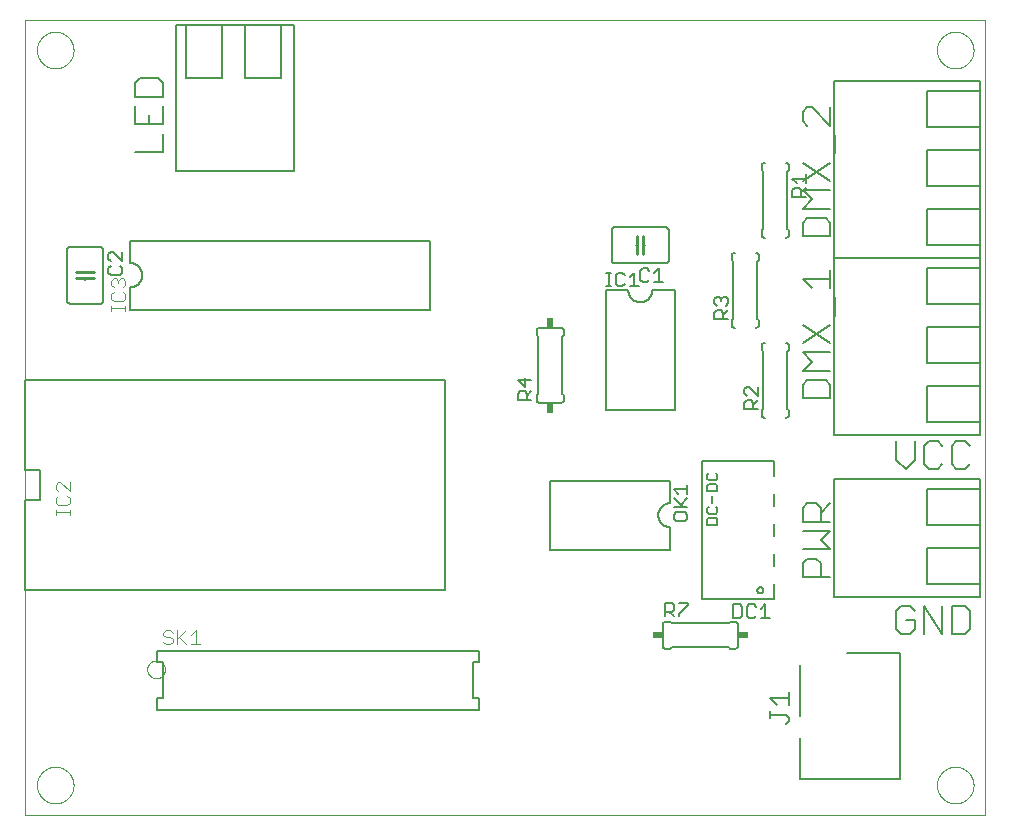
<source format=gto>
G75*
%MOIN*%
%OFA0B0*%
%FSLAX25Y25*%
%IPPOS*%
%LPD*%
%AMOC8*
5,1,8,0,0,1.08239X$1,22.5*
%
%ADD10C,0.00000*%
%ADD11C,0.00800*%
%ADD12C,0.00600*%
%ADD13C,0.01000*%
%ADD14C,0.00500*%
%ADD15C,0.00400*%
%ADD16R,0.02400X0.03400*%
%ADD17R,0.03400X0.02400*%
D10*
X0001400Y0005000D02*
X0321400Y0005000D01*
X0321400Y0270000D01*
X0001400Y0270000D01*
X0001400Y0005000D01*
X0005298Y0015000D02*
X0005300Y0015156D01*
X0005306Y0015312D01*
X0005316Y0015467D01*
X0005330Y0015622D01*
X0005348Y0015777D01*
X0005370Y0015931D01*
X0005395Y0016085D01*
X0005425Y0016238D01*
X0005459Y0016390D01*
X0005496Y0016542D01*
X0005537Y0016692D01*
X0005582Y0016841D01*
X0005631Y0016989D01*
X0005684Y0017136D01*
X0005740Y0017281D01*
X0005800Y0017425D01*
X0005864Y0017567D01*
X0005932Y0017708D01*
X0006003Y0017846D01*
X0006077Y0017983D01*
X0006155Y0018118D01*
X0006236Y0018251D01*
X0006321Y0018382D01*
X0006409Y0018511D01*
X0006500Y0018637D01*
X0006595Y0018761D01*
X0006692Y0018882D01*
X0006793Y0019001D01*
X0006897Y0019118D01*
X0007003Y0019231D01*
X0007113Y0019342D01*
X0007225Y0019450D01*
X0007340Y0019555D01*
X0007458Y0019658D01*
X0007578Y0019757D01*
X0007701Y0019853D01*
X0007826Y0019946D01*
X0007953Y0020035D01*
X0008083Y0020122D01*
X0008215Y0020205D01*
X0008349Y0020284D01*
X0008485Y0020361D01*
X0008623Y0020433D01*
X0008762Y0020503D01*
X0008904Y0020568D01*
X0009047Y0020630D01*
X0009191Y0020688D01*
X0009337Y0020743D01*
X0009485Y0020794D01*
X0009633Y0020841D01*
X0009783Y0020884D01*
X0009934Y0020923D01*
X0010086Y0020959D01*
X0010238Y0020990D01*
X0010392Y0021018D01*
X0010546Y0021042D01*
X0010700Y0021062D01*
X0010855Y0021078D01*
X0011011Y0021090D01*
X0011166Y0021098D01*
X0011322Y0021102D01*
X0011478Y0021102D01*
X0011634Y0021098D01*
X0011789Y0021090D01*
X0011945Y0021078D01*
X0012100Y0021062D01*
X0012254Y0021042D01*
X0012408Y0021018D01*
X0012562Y0020990D01*
X0012714Y0020959D01*
X0012866Y0020923D01*
X0013017Y0020884D01*
X0013167Y0020841D01*
X0013315Y0020794D01*
X0013463Y0020743D01*
X0013609Y0020688D01*
X0013753Y0020630D01*
X0013896Y0020568D01*
X0014038Y0020503D01*
X0014177Y0020433D01*
X0014315Y0020361D01*
X0014451Y0020284D01*
X0014585Y0020205D01*
X0014717Y0020122D01*
X0014847Y0020035D01*
X0014974Y0019946D01*
X0015099Y0019853D01*
X0015222Y0019757D01*
X0015342Y0019658D01*
X0015460Y0019555D01*
X0015575Y0019450D01*
X0015687Y0019342D01*
X0015797Y0019231D01*
X0015903Y0019118D01*
X0016007Y0019001D01*
X0016108Y0018882D01*
X0016205Y0018761D01*
X0016300Y0018637D01*
X0016391Y0018511D01*
X0016479Y0018382D01*
X0016564Y0018251D01*
X0016645Y0018118D01*
X0016723Y0017983D01*
X0016797Y0017846D01*
X0016868Y0017708D01*
X0016936Y0017567D01*
X0017000Y0017425D01*
X0017060Y0017281D01*
X0017116Y0017136D01*
X0017169Y0016989D01*
X0017218Y0016841D01*
X0017263Y0016692D01*
X0017304Y0016542D01*
X0017341Y0016390D01*
X0017375Y0016238D01*
X0017405Y0016085D01*
X0017430Y0015931D01*
X0017452Y0015777D01*
X0017470Y0015622D01*
X0017484Y0015467D01*
X0017494Y0015312D01*
X0017500Y0015156D01*
X0017502Y0015000D01*
X0017500Y0014844D01*
X0017494Y0014688D01*
X0017484Y0014533D01*
X0017470Y0014378D01*
X0017452Y0014223D01*
X0017430Y0014069D01*
X0017405Y0013915D01*
X0017375Y0013762D01*
X0017341Y0013610D01*
X0017304Y0013458D01*
X0017263Y0013308D01*
X0017218Y0013159D01*
X0017169Y0013011D01*
X0017116Y0012864D01*
X0017060Y0012719D01*
X0017000Y0012575D01*
X0016936Y0012433D01*
X0016868Y0012292D01*
X0016797Y0012154D01*
X0016723Y0012017D01*
X0016645Y0011882D01*
X0016564Y0011749D01*
X0016479Y0011618D01*
X0016391Y0011489D01*
X0016300Y0011363D01*
X0016205Y0011239D01*
X0016108Y0011118D01*
X0016007Y0010999D01*
X0015903Y0010882D01*
X0015797Y0010769D01*
X0015687Y0010658D01*
X0015575Y0010550D01*
X0015460Y0010445D01*
X0015342Y0010342D01*
X0015222Y0010243D01*
X0015099Y0010147D01*
X0014974Y0010054D01*
X0014847Y0009965D01*
X0014717Y0009878D01*
X0014585Y0009795D01*
X0014451Y0009716D01*
X0014315Y0009639D01*
X0014177Y0009567D01*
X0014038Y0009497D01*
X0013896Y0009432D01*
X0013753Y0009370D01*
X0013609Y0009312D01*
X0013463Y0009257D01*
X0013315Y0009206D01*
X0013167Y0009159D01*
X0013017Y0009116D01*
X0012866Y0009077D01*
X0012714Y0009041D01*
X0012562Y0009010D01*
X0012408Y0008982D01*
X0012254Y0008958D01*
X0012100Y0008938D01*
X0011945Y0008922D01*
X0011789Y0008910D01*
X0011634Y0008902D01*
X0011478Y0008898D01*
X0011322Y0008898D01*
X0011166Y0008902D01*
X0011011Y0008910D01*
X0010855Y0008922D01*
X0010700Y0008938D01*
X0010546Y0008958D01*
X0010392Y0008982D01*
X0010238Y0009010D01*
X0010086Y0009041D01*
X0009934Y0009077D01*
X0009783Y0009116D01*
X0009633Y0009159D01*
X0009485Y0009206D01*
X0009337Y0009257D01*
X0009191Y0009312D01*
X0009047Y0009370D01*
X0008904Y0009432D01*
X0008762Y0009497D01*
X0008623Y0009567D01*
X0008485Y0009639D01*
X0008349Y0009716D01*
X0008215Y0009795D01*
X0008083Y0009878D01*
X0007953Y0009965D01*
X0007826Y0010054D01*
X0007701Y0010147D01*
X0007578Y0010243D01*
X0007458Y0010342D01*
X0007340Y0010445D01*
X0007225Y0010550D01*
X0007113Y0010658D01*
X0007003Y0010769D01*
X0006897Y0010882D01*
X0006793Y0010999D01*
X0006692Y0011118D01*
X0006595Y0011239D01*
X0006500Y0011363D01*
X0006409Y0011489D01*
X0006321Y0011618D01*
X0006236Y0011749D01*
X0006155Y0011882D01*
X0006077Y0012017D01*
X0006003Y0012154D01*
X0005932Y0012292D01*
X0005864Y0012433D01*
X0005800Y0012575D01*
X0005740Y0012719D01*
X0005684Y0012864D01*
X0005631Y0013011D01*
X0005582Y0013159D01*
X0005537Y0013308D01*
X0005496Y0013458D01*
X0005459Y0013610D01*
X0005425Y0013762D01*
X0005395Y0013915D01*
X0005370Y0014069D01*
X0005348Y0014223D01*
X0005330Y0014378D01*
X0005316Y0014533D01*
X0005306Y0014688D01*
X0005300Y0014844D01*
X0005298Y0015000D01*
X0042069Y0053563D02*
X0042071Y0053671D01*
X0042077Y0053780D01*
X0042087Y0053888D01*
X0042101Y0053995D01*
X0042119Y0054102D01*
X0042140Y0054209D01*
X0042166Y0054314D01*
X0042196Y0054419D01*
X0042229Y0054522D01*
X0042266Y0054624D01*
X0042307Y0054724D01*
X0042351Y0054823D01*
X0042400Y0054921D01*
X0042451Y0055016D01*
X0042506Y0055109D01*
X0042565Y0055201D01*
X0042627Y0055290D01*
X0042692Y0055377D01*
X0042760Y0055461D01*
X0042831Y0055543D01*
X0042905Y0055622D01*
X0042982Y0055698D01*
X0043062Y0055772D01*
X0043145Y0055842D01*
X0043230Y0055910D01*
X0043317Y0055974D01*
X0043407Y0056035D01*
X0043499Y0056093D01*
X0043593Y0056147D01*
X0043689Y0056198D01*
X0043786Y0056245D01*
X0043886Y0056289D01*
X0043987Y0056329D01*
X0044089Y0056365D01*
X0044192Y0056397D01*
X0044297Y0056426D01*
X0044403Y0056450D01*
X0044509Y0056471D01*
X0044616Y0056488D01*
X0044724Y0056501D01*
X0044832Y0056510D01*
X0044941Y0056515D01*
X0045049Y0056516D01*
X0045158Y0056513D01*
X0045266Y0056506D01*
X0045374Y0056495D01*
X0045481Y0056480D01*
X0045588Y0056461D01*
X0045694Y0056438D01*
X0045799Y0056412D01*
X0045904Y0056381D01*
X0046006Y0056347D01*
X0046108Y0056309D01*
X0046208Y0056267D01*
X0046307Y0056222D01*
X0046404Y0056173D01*
X0046498Y0056120D01*
X0046591Y0056064D01*
X0046682Y0056005D01*
X0046771Y0055942D01*
X0046857Y0055877D01*
X0046941Y0055808D01*
X0047022Y0055736D01*
X0047100Y0055661D01*
X0047176Y0055583D01*
X0047249Y0055502D01*
X0047319Y0055419D01*
X0047385Y0055334D01*
X0047449Y0055246D01*
X0047509Y0055155D01*
X0047566Y0055063D01*
X0047619Y0054968D01*
X0047669Y0054872D01*
X0047715Y0054774D01*
X0047758Y0054674D01*
X0047797Y0054573D01*
X0047832Y0054470D01*
X0047864Y0054367D01*
X0047891Y0054262D01*
X0047915Y0054156D01*
X0047935Y0054049D01*
X0047951Y0053942D01*
X0047963Y0053834D01*
X0047971Y0053726D01*
X0047975Y0053617D01*
X0047975Y0053509D01*
X0047971Y0053400D01*
X0047963Y0053292D01*
X0047951Y0053184D01*
X0047935Y0053077D01*
X0047915Y0052970D01*
X0047891Y0052864D01*
X0047864Y0052759D01*
X0047832Y0052656D01*
X0047797Y0052553D01*
X0047758Y0052452D01*
X0047715Y0052352D01*
X0047669Y0052254D01*
X0047619Y0052158D01*
X0047566Y0052063D01*
X0047509Y0051971D01*
X0047449Y0051880D01*
X0047385Y0051792D01*
X0047319Y0051707D01*
X0047249Y0051624D01*
X0047176Y0051543D01*
X0047100Y0051465D01*
X0047022Y0051390D01*
X0046941Y0051318D01*
X0046857Y0051249D01*
X0046771Y0051184D01*
X0046682Y0051121D01*
X0046591Y0051062D01*
X0046499Y0051006D01*
X0046404Y0050953D01*
X0046307Y0050904D01*
X0046208Y0050859D01*
X0046108Y0050817D01*
X0046006Y0050779D01*
X0045904Y0050745D01*
X0045799Y0050714D01*
X0045694Y0050688D01*
X0045588Y0050665D01*
X0045481Y0050646D01*
X0045374Y0050631D01*
X0045266Y0050620D01*
X0045158Y0050613D01*
X0045049Y0050610D01*
X0044941Y0050611D01*
X0044832Y0050616D01*
X0044724Y0050625D01*
X0044616Y0050638D01*
X0044509Y0050655D01*
X0044403Y0050676D01*
X0044297Y0050700D01*
X0044192Y0050729D01*
X0044089Y0050761D01*
X0043987Y0050797D01*
X0043886Y0050837D01*
X0043786Y0050881D01*
X0043689Y0050928D01*
X0043593Y0050979D01*
X0043499Y0051033D01*
X0043407Y0051091D01*
X0043317Y0051152D01*
X0043230Y0051216D01*
X0043145Y0051284D01*
X0043062Y0051354D01*
X0042982Y0051428D01*
X0042905Y0051504D01*
X0042831Y0051583D01*
X0042760Y0051665D01*
X0042692Y0051749D01*
X0042627Y0051836D01*
X0042565Y0051925D01*
X0042506Y0052017D01*
X0042451Y0052110D01*
X0042400Y0052205D01*
X0042351Y0052303D01*
X0042307Y0052402D01*
X0042266Y0052502D01*
X0042229Y0052604D01*
X0042196Y0052707D01*
X0042166Y0052812D01*
X0042140Y0052917D01*
X0042119Y0053024D01*
X0042101Y0053131D01*
X0042087Y0053238D01*
X0042077Y0053346D01*
X0042071Y0053455D01*
X0042069Y0053563D01*
X0005298Y0260000D02*
X0005300Y0260156D01*
X0005306Y0260312D01*
X0005316Y0260467D01*
X0005330Y0260622D01*
X0005348Y0260777D01*
X0005370Y0260931D01*
X0005395Y0261085D01*
X0005425Y0261238D01*
X0005459Y0261390D01*
X0005496Y0261542D01*
X0005537Y0261692D01*
X0005582Y0261841D01*
X0005631Y0261989D01*
X0005684Y0262136D01*
X0005740Y0262281D01*
X0005800Y0262425D01*
X0005864Y0262567D01*
X0005932Y0262708D01*
X0006003Y0262846D01*
X0006077Y0262983D01*
X0006155Y0263118D01*
X0006236Y0263251D01*
X0006321Y0263382D01*
X0006409Y0263511D01*
X0006500Y0263637D01*
X0006595Y0263761D01*
X0006692Y0263882D01*
X0006793Y0264001D01*
X0006897Y0264118D01*
X0007003Y0264231D01*
X0007113Y0264342D01*
X0007225Y0264450D01*
X0007340Y0264555D01*
X0007458Y0264658D01*
X0007578Y0264757D01*
X0007701Y0264853D01*
X0007826Y0264946D01*
X0007953Y0265035D01*
X0008083Y0265122D01*
X0008215Y0265205D01*
X0008349Y0265284D01*
X0008485Y0265361D01*
X0008623Y0265433D01*
X0008762Y0265503D01*
X0008904Y0265568D01*
X0009047Y0265630D01*
X0009191Y0265688D01*
X0009337Y0265743D01*
X0009485Y0265794D01*
X0009633Y0265841D01*
X0009783Y0265884D01*
X0009934Y0265923D01*
X0010086Y0265959D01*
X0010238Y0265990D01*
X0010392Y0266018D01*
X0010546Y0266042D01*
X0010700Y0266062D01*
X0010855Y0266078D01*
X0011011Y0266090D01*
X0011166Y0266098D01*
X0011322Y0266102D01*
X0011478Y0266102D01*
X0011634Y0266098D01*
X0011789Y0266090D01*
X0011945Y0266078D01*
X0012100Y0266062D01*
X0012254Y0266042D01*
X0012408Y0266018D01*
X0012562Y0265990D01*
X0012714Y0265959D01*
X0012866Y0265923D01*
X0013017Y0265884D01*
X0013167Y0265841D01*
X0013315Y0265794D01*
X0013463Y0265743D01*
X0013609Y0265688D01*
X0013753Y0265630D01*
X0013896Y0265568D01*
X0014038Y0265503D01*
X0014177Y0265433D01*
X0014315Y0265361D01*
X0014451Y0265284D01*
X0014585Y0265205D01*
X0014717Y0265122D01*
X0014847Y0265035D01*
X0014974Y0264946D01*
X0015099Y0264853D01*
X0015222Y0264757D01*
X0015342Y0264658D01*
X0015460Y0264555D01*
X0015575Y0264450D01*
X0015687Y0264342D01*
X0015797Y0264231D01*
X0015903Y0264118D01*
X0016007Y0264001D01*
X0016108Y0263882D01*
X0016205Y0263761D01*
X0016300Y0263637D01*
X0016391Y0263511D01*
X0016479Y0263382D01*
X0016564Y0263251D01*
X0016645Y0263118D01*
X0016723Y0262983D01*
X0016797Y0262846D01*
X0016868Y0262708D01*
X0016936Y0262567D01*
X0017000Y0262425D01*
X0017060Y0262281D01*
X0017116Y0262136D01*
X0017169Y0261989D01*
X0017218Y0261841D01*
X0017263Y0261692D01*
X0017304Y0261542D01*
X0017341Y0261390D01*
X0017375Y0261238D01*
X0017405Y0261085D01*
X0017430Y0260931D01*
X0017452Y0260777D01*
X0017470Y0260622D01*
X0017484Y0260467D01*
X0017494Y0260312D01*
X0017500Y0260156D01*
X0017502Y0260000D01*
X0017500Y0259844D01*
X0017494Y0259688D01*
X0017484Y0259533D01*
X0017470Y0259378D01*
X0017452Y0259223D01*
X0017430Y0259069D01*
X0017405Y0258915D01*
X0017375Y0258762D01*
X0017341Y0258610D01*
X0017304Y0258458D01*
X0017263Y0258308D01*
X0017218Y0258159D01*
X0017169Y0258011D01*
X0017116Y0257864D01*
X0017060Y0257719D01*
X0017000Y0257575D01*
X0016936Y0257433D01*
X0016868Y0257292D01*
X0016797Y0257154D01*
X0016723Y0257017D01*
X0016645Y0256882D01*
X0016564Y0256749D01*
X0016479Y0256618D01*
X0016391Y0256489D01*
X0016300Y0256363D01*
X0016205Y0256239D01*
X0016108Y0256118D01*
X0016007Y0255999D01*
X0015903Y0255882D01*
X0015797Y0255769D01*
X0015687Y0255658D01*
X0015575Y0255550D01*
X0015460Y0255445D01*
X0015342Y0255342D01*
X0015222Y0255243D01*
X0015099Y0255147D01*
X0014974Y0255054D01*
X0014847Y0254965D01*
X0014717Y0254878D01*
X0014585Y0254795D01*
X0014451Y0254716D01*
X0014315Y0254639D01*
X0014177Y0254567D01*
X0014038Y0254497D01*
X0013896Y0254432D01*
X0013753Y0254370D01*
X0013609Y0254312D01*
X0013463Y0254257D01*
X0013315Y0254206D01*
X0013167Y0254159D01*
X0013017Y0254116D01*
X0012866Y0254077D01*
X0012714Y0254041D01*
X0012562Y0254010D01*
X0012408Y0253982D01*
X0012254Y0253958D01*
X0012100Y0253938D01*
X0011945Y0253922D01*
X0011789Y0253910D01*
X0011634Y0253902D01*
X0011478Y0253898D01*
X0011322Y0253898D01*
X0011166Y0253902D01*
X0011011Y0253910D01*
X0010855Y0253922D01*
X0010700Y0253938D01*
X0010546Y0253958D01*
X0010392Y0253982D01*
X0010238Y0254010D01*
X0010086Y0254041D01*
X0009934Y0254077D01*
X0009783Y0254116D01*
X0009633Y0254159D01*
X0009485Y0254206D01*
X0009337Y0254257D01*
X0009191Y0254312D01*
X0009047Y0254370D01*
X0008904Y0254432D01*
X0008762Y0254497D01*
X0008623Y0254567D01*
X0008485Y0254639D01*
X0008349Y0254716D01*
X0008215Y0254795D01*
X0008083Y0254878D01*
X0007953Y0254965D01*
X0007826Y0255054D01*
X0007701Y0255147D01*
X0007578Y0255243D01*
X0007458Y0255342D01*
X0007340Y0255445D01*
X0007225Y0255550D01*
X0007113Y0255658D01*
X0007003Y0255769D01*
X0006897Y0255882D01*
X0006793Y0255999D01*
X0006692Y0256118D01*
X0006595Y0256239D01*
X0006500Y0256363D01*
X0006409Y0256489D01*
X0006321Y0256618D01*
X0006236Y0256749D01*
X0006155Y0256882D01*
X0006077Y0257017D01*
X0006003Y0257154D01*
X0005932Y0257292D01*
X0005864Y0257433D01*
X0005800Y0257575D01*
X0005740Y0257719D01*
X0005684Y0257864D01*
X0005631Y0258011D01*
X0005582Y0258159D01*
X0005537Y0258308D01*
X0005496Y0258458D01*
X0005459Y0258610D01*
X0005425Y0258762D01*
X0005395Y0258915D01*
X0005370Y0259069D01*
X0005348Y0259223D01*
X0005330Y0259378D01*
X0005316Y0259533D01*
X0005306Y0259688D01*
X0005300Y0259844D01*
X0005298Y0260000D01*
X0305298Y0260000D02*
X0305300Y0260156D01*
X0305306Y0260312D01*
X0305316Y0260467D01*
X0305330Y0260622D01*
X0305348Y0260777D01*
X0305370Y0260931D01*
X0305395Y0261085D01*
X0305425Y0261238D01*
X0305459Y0261390D01*
X0305496Y0261542D01*
X0305537Y0261692D01*
X0305582Y0261841D01*
X0305631Y0261989D01*
X0305684Y0262136D01*
X0305740Y0262281D01*
X0305800Y0262425D01*
X0305864Y0262567D01*
X0305932Y0262708D01*
X0306003Y0262846D01*
X0306077Y0262983D01*
X0306155Y0263118D01*
X0306236Y0263251D01*
X0306321Y0263382D01*
X0306409Y0263511D01*
X0306500Y0263637D01*
X0306595Y0263761D01*
X0306692Y0263882D01*
X0306793Y0264001D01*
X0306897Y0264118D01*
X0307003Y0264231D01*
X0307113Y0264342D01*
X0307225Y0264450D01*
X0307340Y0264555D01*
X0307458Y0264658D01*
X0307578Y0264757D01*
X0307701Y0264853D01*
X0307826Y0264946D01*
X0307953Y0265035D01*
X0308083Y0265122D01*
X0308215Y0265205D01*
X0308349Y0265284D01*
X0308485Y0265361D01*
X0308623Y0265433D01*
X0308762Y0265503D01*
X0308904Y0265568D01*
X0309047Y0265630D01*
X0309191Y0265688D01*
X0309337Y0265743D01*
X0309485Y0265794D01*
X0309633Y0265841D01*
X0309783Y0265884D01*
X0309934Y0265923D01*
X0310086Y0265959D01*
X0310238Y0265990D01*
X0310392Y0266018D01*
X0310546Y0266042D01*
X0310700Y0266062D01*
X0310855Y0266078D01*
X0311011Y0266090D01*
X0311166Y0266098D01*
X0311322Y0266102D01*
X0311478Y0266102D01*
X0311634Y0266098D01*
X0311789Y0266090D01*
X0311945Y0266078D01*
X0312100Y0266062D01*
X0312254Y0266042D01*
X0312408Y0266018D01*
X0312562Y0265990D01*
X0312714Y0265959D01*
X0312866Y0265923D01*
X0313017Y0265884D01*
X0313167Y0265841D01*
X0313315Y0265794D01*
X0313463Y0265743D01*
X0313609Y0265688D01*
X0313753Y0265630D01*
X0313896Y0265568D01*
X0314038Y0265503D01*
X0314177Y0265433D01*
X0314315Y0265361D01*
X0314451Y0265284D01*
X0314585Y0265205D01*
X0314717Y0265122D01*
X0314847Y0265035D01*
X0314974Y0264946D01*
X0315099Y0264853D01*
X0315222Y0264757D01*
X0315342Y0264658D01*
X0315460Y0264555D01*
X0315575Y0264450D01*
X0315687Y0264342D01*
X0315797Y0264231D01*
X0315903Y0264118D01*
X0316007Y0264001D01*
X0316108Y0263882D01*
X0316205Y0263761D01*
X0316300Y0263637D01*
X0316391Y0263511D01*
X0316479Y0263382D01*
X0316564Y0263251D01*
X0316645Y0263118D01*
X0316723Y0262983D01*
X0316797Y0262846D01*
X0316868Y0262708D01*
X0316936Y0262567D01*
X0317000Y0262425D01*
X0317060Y0262281D01*
X0317116Y0262136D01*
X0317169Y0261989D01*
X0317218Y0261841D01*
X0317263Y0261692D01*
X0317304Y0261542D01*
X0317341Y0261390D01*
X0317375Y0261238D01*
X0317405Y0261085D01*
X0317430Y0260931D01*
X0317452Y0260777D01*
X0317470Y0260622D01*
X0317484Y0260467D01*
X0317494Y0260312D01*
X0317500Y0260156D01*
X0317502Y0260000D01*
X0317500Y0259844D01*
X0317494Y0259688D01*
X0317484Y0259533D01*
X0317470Y0259378D01*
X0317452Y0259223D01*
X0317430Y0259069D01*
X0317405Y0258915D01*
X0317375Y0258762D01*
X0317341Y0258610D01*
X0317304Y0258458D01*
X0317263Y0258308D01*
X0317218Y0258159D01*
X0317169Y0258011D01*
X0317116Y0257864D01*
X0317060Y0257719D01*
X0317000Y0257575D01*
X0316936Y0257433D01*
X0316868Y0257292D01*
X0316797Y0257154D01*
X0316723Y0257017D01*
X0316645Y0256882D01*
X0316564Y0256749D01*
X0316479Y0256618D01*
X0316391Y0256489D01*
X0316300Y0256363D01*
X0316205Y0256239D01*
X0316108Y0256118D01*
X0316007Y0255999D01*
X0315903Y0255882D01*
X0315797Y0255769D01*
X0315687Y0255658D01*
X0315575Y0255550D01*
X0315460Y0255445D01*
X0315342Y0255342D01*
X0315222Y0255243D01*
X0315099Y0255147D01*
X0314974Y0255054D01*
X0314847Y0254965D01*
X0314717Y0254878D01*
X0314585Y0254795D01*
X0314451Y0254716D01*
X0314315Y0254639D01*
X0314177Y0254567D01*
X0314038Y0254497D01*
X0313896Y0254432D01*
X0313753Y0254370D01*
X0313609Y0254312D01*
X0313463Y0254257D01*
X0313315Y0254206D01*
X0313167Y0254159D01*
X0313017Y0254116D01*
X0312866Y0254077D01*
X0312714Y0254041D01*
X0312562Y0254010D01*
X0312408Y0253982D01*
X0312254Y0253958D01*
X0312100Y0253938D01*
X0311945Y0253922D01*
X0311789Y0253910D01*
X0311634Y0253902D01*
X0311478Y0253898D01*
X0311322Y0253898D01*
X0311166Y0253902D01*
X0311011Y0253910D01*
X0310855Y0253922D01*
X0310700Y0253938D01*
X0310546Y0253958D01*
X0310392Y0253982D01*
X0310238Y0254010D01*
X0310086Y0254041D01*
X0309934Y0254077D01*
X0309783Y0254116D01*
X0309633Y0254159D01*
X0309485Y0254206D01*
X0309337Y0254257D01*
X0309191Y0254312D01*
X0309047Y0254370D01*
X0308904Y0254432D01*
X0308762Y0254497D01*
X0308623Y0254567D01*
X0308485Y0254639D01*
X0308349Y0254716D01*
X0308215Y0254795D01*
X0308083Y0254878D01*
X0307953Y0254965D01*
X0307826Y0255054D01*
X0307701Y0255147D01*
X0307578Y0255243D01*
X0307458Y0255342D01*
X0307340Y0255445D01*
X0307225Y0255550D01*
X0307113Y0255658D01*
X0307003Y0255769D01*
X0306897Y0255882D01*
X0306793Y0255999D01*
X0306692Y0256118D01*
X0306595Y0256239D01*
X0306500Y0256363D01*
X0306409Y0256489D01*
X0306321Y0256618D01*
X0306236Y0256749D01*
X0306155Y0256882D01*
X0306077Y0257017D01*
X0306003Y0257154D01*
X0305932Y0257292D01*
X0305864Y0257433D01*
X0305800Y0257575D01*
X0305740Y0257719D01*
X0305684Y0257864D01*
X0305631Y0258011D01*
X0305582Y0258159D01*
X0305537Y0258308D01*
X0305496Y0258458D01*
X0305459Y0258610D01*
X0305425Y0258762D01*
X0305395Y0258915D01*
X0305370Y0259069D01*
X0305348Y0259223D01*
X0305330Y0259378D01*
X0305316Y0259533D01*
X0305306Y0259688D01*
X0305300Y0259844D01*
X0305298Y0260000D01*
X0305298Y0015000D02*
X0305300Y0015156D01*
X0305306Y0015312D01*
X0305316Y0015467D01*
X0305330Y0015622D01*
X0305348Y0015777D01*
X0305370Y0015931D01*
X0305395Y0016085D01*
X0305425Y0016238D01*
X0305459Y0016390D01*
X0305496Y0016542D01*
X0305537Y0016692D01*
X0305582Y0016841D01*
X0305631Y0016989D01*
X0305684Y0017136D01*
X0305740Y0017281D01*
X0305800Y0017425D01*
X0305864Y0017567D01*
X0305932Y0017708D01*
X0306003Y0017846D01*
X0306077Y0017983D01*
X0306155Y0018118D01*
X0306236Y0018251D01*
X0306321Y0018382D01*
X0306409Y0018511D01*
X0306500Y0018637D01*
X0306595Y0018761D01*
X0306692Y0018882D01*
X0306793Y0019001D01*
X0306897Y0019118D01*
X0307003Y0019231D01*
X0307113Y0019342D01*
X0307225Y0019450D01*
X0307340Y0019555D01*
X0307458Y0019658D01*
X0307578Y0019757D01*
X0307701Y0019853D01*
X0307826Y0019946D01*
X0307953Y0020035D01*
X0308083Y0020122D01*
X0308215Y0020205D01*
X0308349Y0020284D01*
X0308485Y0020361D01*
X0308623Y0020433D01*
X0308762Y0020503D01*
X0308904Y0020568D01*
X0309047Y0020630D01*
X0309191Y0020688D01*
X0309337Y0020743D01*
X0309485Y0020794D01*
X0309633Y0020841D01*
X0309783Y0020884D01*
X0309934Y0020923D01*
X0310086Y0020959D01*
X0310238Y0020990D01*
X0310392Y0021018D01*
X0310546Y0021042D01*
X0310700Y0021062D01*
X0310855Y0021078D01*
X0311011Y0021090D01*
X0311166Y0021098D01*
X0311322Y0021102D01*
X0311478Y0021102D01*
X0311634Y0021098D01*
X0311789Y0021090D01*
X0311945Y0021078D01*
X0312100Y0021062D01*
X0312254Y0021042D01*
X0312408Y0021018D01*
X0312562Y0020990D01*
X0312714Y0020959D01*
X0312866Y0020923D01*
X0313017Y0020884D01*
X0313167Y0020841D01*
X0313315Y0020794D01*
X0313463Y0020743D01*
X0313609Y0020688D01*
X0313753Y0020630D01*
X0313896Y0020568D01*
X0314038Y0020503D01*
X0314177Y0020433D01*
X0314315Y0020361D01*
X0314451Y0020284D01*
X0314585Y0020205D01*
X0314717Y0020122D01*
X0314847Y0020035D01*
X0314974Y0019946D01*
X0315099Y0019853D01*
X0315222Y0019757D01*
X0315342Y0019658D01*
X0315460Y0019555D01*
X0315575Y0019450D01*
X0315687Y0019342D01*
X0315797Y0019231D01*
X0315903Y0019118D01*
X0316007Y0019001D01*
X0316108Y0018882D01*
X0316205Y0018761D01*
X0316300Y0018637D01*
X0316391Y0018511D01*
X0316479Y0018382D01*
X0316564Y0018251D01*
X0316645Y0018118D01*
X0316723Y0017983D01*
X0316797Y0017846D01*
X0316868Y0017708D01*
X0316936Y0017567D01*
X0317000Y0017425D01*
X0317060Y0017281D01*
X0317116Y0017136D01*
X0317169Y0016989D01*
X0317218Y0016841D01*
X0317263Y0016692D01*
X0317304Y0016542D01*
X0317341Y0016390D01*
X0317375Y0016238D01*
X0317405Y0016085D01*
X0317430Y0015931D01*
X0317452Y0015777D01*
X0317470Y0015622D01*
X0317484Y0015467D01*
X0317494Y0015312D01*
X0317500Y0015156D01*
X0317502Y0015000D01*
X0317500Y0014844D01*
X0317494Y0014688D01*
X0317484Y0014533D01*
X0317470Y0014378D01*
X0317452Y0014223D01*
X0317430Y0014069D01*
X0317405Y0013915D01*
X0317375Y0013762D01*
X0317341Y0013610D01*
X0317304Y0013458D01*
X0317263Y0013308D01*
X0317218Y0013159D01*
X0317169Y0013011D01*
X0317116Y0012864D01*
X0317060Y0012719D01*
X0317000Y0012575D01*
X0316936Y0012433D01*
X0316868Y0012292D01*
X0316797Y0012154D01*
X0316723Y0012017D01*
X0316645Y0011882D01*
X0316564Y0011749D01*
X0316479Y0011618D01*
X0316391Y0011489D01*
X0316300Y0011363D01*
X0316205Y0011239D01*
X0316108Y0011118D01*
X0316007Y0010999D01*
X0315903Y0010882D01*
X0315797Y0010769D01*
X0315687Y0010658D01*
X0315575Y0010550D01*
X0315460Y0010445D01*
X0315342Y0010342D01*
X0315222Y0010243D01*
X0315099Y0010147D01*
X0314974Y0010054D01*
X0314847Y0009965D01*
X0314717Y0009878D01*
X0314585Y0009795D01*
X0314451Y0009716D01*
X0314315Y0009639D01*
X0314177Y0009567D01*
X0314038Y0009497D01*
X0313896Y0009432D01*
X0313753Y0009370D01*
X0313609Y0009312D01*
X0313463Y0009257D01*
X0313315Y0009206D01*
X0313167Y0009159D01*
X0313017Y0009116D01*
X0312866Y0009077D01*
X0312714Y0009041D01*
X0312562Y0009010D01*
X0312408Y0008982D01*
X0312254Y0008958D01*
X0312100Y0008938D01*
X0311945Y0008922D01*
X0311789Y0008910D01*
X0311634Y0008902D01*
X0311478Y0008898D01*
X0311322Y0008898D01*
X0311166Y0008902D01*
X0311011Y0008910D01*
X0310855Y0008922D01*
X0310700Y0008938D01*
X0310546Y0008958D01*
X0310392Y0008982D01*
X0310238Y0009010D01*
X0310086Y0009041D01*
X0309934Y0009077D01*
X0309783Y0009116D01*
X0309633Y0009159D01*
X0309485Y0009206D01*
X0309337Y0009257D01*
X0309191Y0009312D01*
X0309047Y0009370D01*
X0308904Y0009432D01*
X0308762Y0009497D01*
X0308623Y0009567D01*
X0308485Y0009639D01*
X0308349Y0009716D01*
X0308215Y0009795D01*
X0308083Y0009878D01*
X0307953Y0009965D01*
X0307826Y0010054D01*
X0307701Y0010147D01*
X0307578Y0010243D01*
X0307458Y0010342D01*
X0307340Y0010445D01*
X0307225Y0010550D01*
X0307113Y0010658D01*
X0307003Y0010769D01*
X0306897Y0010882D01*
X0306793Y0010999D01*
X0306692Y0011118D01*
X0306595Y0011239D01*
X0306500Y0011363D01*
X0306409Y0011489D01*
X0306321Y0011618D01*
X0306236Y0011749D01*
X0306155Y0011882D01*
X0306077Y0012017D01*
X0306003Y0012154D01*
X0305932Y0012292D01*
X0305864Y0012433D01*
X0305800Y0012575D01*
X0305740Y0012719D01*
X0305684Y0012864D01*
X0305631Y0013011D01*
X0305582Y0013159D01*
X0305537Y0013308D01*
X0305496Y0013458D01*
X0305459Y0013610D01*
X0305425Y0013762D01*
X0305395Y0013915D01*
X0305370Y0014069D01*
X0305348Y0014223D01*
X0305330Y0014378D01*
X0305316Y0014533D01*
X0305306Y0014688D01*
X0305300Y0014844D01*
X0305298Y0015000D01*
D11*
X0293132Y0017205D02*
X0292935Y0017205D01*
X0293132Y0017205D02*
X0259668Y0017205D01*
X0259668Y0030630D01*
X0259668Y0038071D02*
X0259668Y0055000D01*
X0275416Y0058937D02*
X0293132Y0058937D01*
X0293132Y0017205D01*
X0293335Y0065400D02*
X0296404Y0065400D01*
X0297939Y0066935D01*
X0297939Y0070004D01*
X0294869Y0070004D01*
X0291800Y0073073D02*
X0291800Y0066935D01*
X0293335Y0065400D01*
X0291800Y0073073D02*
X0293335Y0074608D01*
X0296404Y0074608D01*
X0297939Y0073073D01*
X0301008Y0074608D02*
X0307146Y0065400D01*
X0307146Y0074608D01*
X0310216Y0074608D02*
X0314820Y0074608D01*
X0316354Y0073073D01*
X0316354Y0066935D01*
X0314820Y0065400D01*
X0310216Y0065400D01*
X0310216Y0074608D01*
X0301008Y0074608D02*
X0301008Y0065400D01*
X0269740Y0084344D02*
X0260532Y0084344D01*
X0260532Y0088948D01*
X0262067Y0090483D01*
X0265136Y0090483D01*
X0266671Y0088948D01*
X0266671Y0084344D01*
X0269740Y0093552D02*
X0260532Y0093552D01*
X0260532Y0099691D02*
X0269740Y0099691D01*
X0266671Y0096621D01*
X0269740Y0093552D01*
X0269740Y0102760D02*
X0260532Y0102760D01*
X0260532Y0107364D01*
X0262067Y0108898D01*
X0265136Y0108898D01*
X0266671Y0107364D01*
X0266671Y0102760D01*
X0266671Y0105829D02*
X0269740Y0108898D01*
X0291800Y0123469D02*
X0291800Y0129608D01*
X0297939Y0129608D02*
X0297939Y0123469D01*
X0294869Y0120400D01*
X0291800Y0123469D01*
X0301008Y0121935D02*
X0302542Y0120400D01*
X0305612Y0120400D01*
X0307146Y0121935D01*
X0310216Y0121935D02*
X0311750Y0120400D01*
X0314820Y0120400D01*
X0316354Y0121935D01*
X0310216Y0121935D02*
X0310216Y0128073D01*
X0311750Y0129608D01*
X0314820Y0129608D01*
X0316354Y0128073D01*
X0307146Y0128073D02*
X0305612Y0129608D01*
X0302542Y0129608D01*
X0301008Y0128073D01*
X0301008Y0121935D01*
X0269740Y0143876D02*
X0269740Y0148480D01*
X0268206Y0150015D01*
X0262067Y0150015D01*
X0260532Y0148480D01*
X0260532Y0143876D01*
X0269740Y0143876D01*
X0269740Y0153084D02*
X0260532Y0153084D01*
X0263602Y0156154D01*
X0260532Y0159223D01*
X0269740Y0159223D01*
X0269740Y0162292D02*
X0260532Y0168431D01*
X0260532Y0162292D02*
X0269740Y0168431D01*
X0271275Y0171500D02*
X0271275Y0177639D01*
X0269740Y0180708D02*
X0269740Y0186846D01*
X0269740Y0183777D02*
X0260532Y0183777D01*
X0263602Y0180708D01*
X0260532Y0197932D02*
X0260532Y0202535D01*
X0262067Y0204070D01*
X0268206Y0204070D01*
X0269740Y0202535D01*
X0269740Y0197932D01*
X0260532Y0197932D01*
X0260532Y0207139D02*
X0263602Y0210209D01*
X0260532Y0213278D01*
X0269740Y0213278D01*
X0269740Y0216347D02*
X0260532Y0222486D01*
X0260532Y0216347D02*
X0269740Y0222486D01*
X0271275Y0225555D02*
X0271275Y0231694D01*
X0269740Y0234763D02*
X0263602Y0240902D01*
X0262067Y0240902D01*
X0260532Y0239367D01*
X0260532Y0236298D01*
X0262067Y0234763D01*
X0269740Y0234763D02*
X0269740Y0240902D01*
X0269740Y0207139D02*
X0260532Y0207139D01*
X0141400Y0150000D02*
X0141400Y0080000D01*
X0001400Y0080000D01*
X0001400Y0110000D01*
X0006400Y0110000D01*
X0006400Y0120000D01*
X0001400Y0120000D01*
X0001400Y0150000D01*
X0141400Y0150000D01*
X0047260Y0226037D02*
X0047260Y0232176D01*
X0047260Y0235245D02*
X0047260Y0241383D01*
X0047260Y0244453D02*
X0047260Y0249057D01*
X0045725Y0250591D01*
X0039587Y0250591D01*
X0038052Y0249057D01*
X0038052Y0244453D01*
X0047260Y0244453D01*
X0042656Y0238314D02*
X0042656Y0235245D01*
X0038052Y0235245D02*
X0047260Y0235245D01*
X0047260Y0226037D02*
X0038052Y0226037D01*
X0038052Y0235245D02*
X0038052Y0241383D01*
D12*
X0036400Y0196500D02*
X0036400Y0189000D01*
X0036526Y0188998D01*
X0036651Y0188992D01*
X0036776Y0188982D01*
X0036901Y0188968D01*
X0037026Y0188951D01*
X0037150Y0188929D01*
X0037273Y0188904D01*
X0037395Y0188874D01*
X0037516Y0188841D01*
X0037636Y0188804D01*
X0037755Y0188764D01*
X0037872Y0188719D01*
X0037989Y0188671D01*
X0038103Y0188619D01*
X0038216Y0188564D01*
X0038327Y0188505D01*
X0038436Y0188443D01*
X0038543Y0188377D01*
X0038648Y0188308D01*
X0038751Y0188236D01*
X0038852Y0188161D01*
X0038950Y0188082D01*
X0039045Y0188000D01*
X0039138Y0187916D01*
X0039228Y0187828D01*
X0039316Y0187738D01*
X0039400Y0187645D01*
X0039482Y0187550D01*
X0039561Y0187452D01*
X0039636Y0187351D01*
X0039708Y0187248D01*
X0039777Y0187143D01*
X0039843Y0187036D01*
X0039905Y0186927D01*
X0039964Y0186816D01*
X0040019Y0186703D01*
X0040071Y0186589D01*
X0040119Y0186472D01*
X0040164Y0186355D01*
X0040204Y0186236D01*
X0040241Y0186116D01*
X0040274Y0185995D01*
X0040304Y0185873D01*
X0040329Y0185750D01*
X0040351Y0185626D01*
X0040368Y0185501D01*
X0040382Y0185376D01*
X0040392Y0185251D01*
X0040398Y0185126D01*
X0040400Y0185000D01*
X0040398Y0184874D01*
X0040392Y0184749D01*
X0040382Y0184624D01*
X0040368Y0184499D01*
X0040351Y0184374D01*
X0040329Y0184250D01*
X0040304Y0184127D01*
X0040274Y0184005D01*
X0040241Y0183884D01*
X0040204Y0183764D01*
X0040164Y0183645D01*
X0040119Y0183528D01*
X0040071Y0183411D01*
X0040019Y0183297D01*
X0039964Y0183184D01*
X0039905Y0183073D01*
X0039843Y0182964D01*
X0039777Y0182857D01*
X0039708Y0182752D01*
X0039636Y0182649D01*
X0039561Y0182548D01*
X0039482Y0182450D01*
X0039400Y0182355D01*
X0039316Y0182262D01*
X0039228Y0182172D01*
X0039138Y0182084D01*
X0039045Y0182000D01*
X0038950Y0181918D01*
X0038852Y0181839D01*
X0038751Y0181764D01*
X0038648Y0181692D01*
X0038543Y0181623D01*
X0038436Y0181557D01*
X0038327Y0181495D01*
X0038216Y0181436D01*
X0038103Y0181381D01*
X0037989Y0181329D01*
X0037872Y0181281D01*
X0037755Y0181236D01*
X0037636Y0181196D01*
X0037516Y0181159D01*
X0037395Y0181126D01*
X0037273Y0181096D01*
X0037150Y0181071D01*
X0037026Y0181049D01*
X0036901Y0181032D01*
X0036776Y0181018D01*
X0036651Y0181008D01*
X0036526Y0181002D01*
X0036400Y0181000D01*
X0036400Y0173500D01*
X0136400Y0173500D01*
X0136400Y0196500D01*
X0036400Y0196500D01*
X0027400Y0193500D02*
X0027400Y0176500D01*
X0027398Y0176440D01*
X0027393Y0176379D01*
X0027384Y0176320D01*
X0027371Y0176261D01*
X0027355Y0176202D01*
X0027335Y0176145D01*
X0027312Y0176090D01*
X0027285Y0176035D01*
X0027256Y0175983D01*
X0027223Y0175932D01*
X0027187Y0175883D01*
X0027149Y0175837D01*
X0027107Y0175793D01*
X0027063Y0175751D01*
X0027017Y0175713D01*
X0026968Y0175677D01*
X0026917Y0175644D01*
X0026865Y0175615D01*
X0026810Y0175588D01*
X0026755Y0175565D01*
X0026698Y0175545D01*
X0026639Y0175529D01*
X0026580Y0175516D01*
X0026521Y0175507D01*
X0026460Y0175502D01*
X0026400Y0175500D01*
X0016400Y0175500D01*
X0016340Y0175502D01*
X0016279Y0175507D01*
X0016220Y0175516D01*
X0016161Y0175529D01*
X0016102Y0175545D01*
X0016045Y0175565D01*
X0015990Y0175588D01*
X0015935Y0175615D01*
X0015883Y0175644D01*
X0015832Y0175677D01*
X0015783Y0175713D01*
X0015737Y0175751D01*
X0015693Y0175793D01*
X0015651Y0175837D01*
X0015613Y0175883D01*
X0015577Y0175932D01*
X0015544Y0175983D01*
X0015515Y0176035D01*
X0015488Y0176090D01*
X0015465Y0176145D01*
X0015445Y0176202D01*
X0015429Y0176261D01*
X0015416Y0176320D01*
X0015407Y0176379D01*
X0015402Y0176440D01*
X0015400Y0176500D01*
X0015400Y0193500D01*
X0015402Y0193560D01*
X0015407Y0193621D01*
X0015416Y0193680D01*
X0015429Y0193739D01*
X0015445Y0193798D01*
X0015465Y0193855D01*
X0015488Y0193910D01*
X0015515Y0193965D01*
X0015544Y0194017D01*
X0015577Y0194068D01*
X0015613Y0194117D01*
X0015651Y0194163D01*
X0015693Y0194207D01*
X0015737Y0194249D01*
X0015783Y0194287D01*
X0015832Y0194323D01*
X0015883Y0194356D01*
X0015935Y0194385D01*
X0015990Y0194412D01*
X0016045Y0194435D01*
X0016102Y0194455D01*
X0016161Y0194471D01*
X0016220Y0194484D01*
X0016279Y0194493D01*
X0016340Y0194498D01*
X0016400Y0194500D01*
X0026400Y0194500D01*
X0026460Y0194498D01*
X0026521Y0194493D01*
X0026580Y0194484D01*
X0026639Y0194471D01*
X0026698Y0194455D01*
X0026755Y0194435D01*
X0026810Y0194412D01*
X0026865Y0194385D01*
X0026917Y0194356D01*
X0026968Y0194323D01*
X0027017Y0194287D01*
X0027063Y0194249D01*
X0027107Y0194207D01*
X0027149Y0194163D01*
X0027187Y0194117D01*
X0027223Y0194068D01*
X0027256Y0194017D01*
X0027285Y0193965D01*
X0027312Y0193910D01*
X0027335Y0193855D01*
X0027355Y0193798D01*
X0027371Y0193739D01*
X0027384Y0193680D01*
X0027393Y0193621D01*
X0027398Y0193560D01*
X0027400Y0193500D01*
X0021400Y0186500D02*
X0021400Y0186000D01*
X0021400Y0184000D02*
X0021400Y0183500D01*
X0171900Y0166500D02*
X0171900Y0165000D01*
X0172400Y0164500D01*
X0172400Y0145500D01*
X0171900Y0145000D01*
X0171900Y0143500D01*
X0171902Y0143440D01*
X0171907Y0143379D01*
X0171916Y0143320D01*
X0171929Y0143261D01*
X0171945Y0143202D01*
X0171965Y0143145D01*
X0171988Y0143090D01*
X0172015Y0143035D01*
X0172044Y0142983D01*
X0172077Y0142932D01*
X0172113Y0142883D01*
X0172151Y0142837D01*
X0172193Y0142793D01*
X0172237Y0142751D01*
X0172283Y0142713D01*
X0172332Y0142677D01*
X0172383Y0142644D01*
X0172435Y0142615D01*
X0172490Y0142588D01*
X0172545Y0142565D01*
X0172602Y0142545D01*
X0172661Y0142529D01*
X0172720Y0142516D01*
X0172779Y0142507D01*
X0172840Y0142502D01*
X0172900Y0142500D01*
X0179900Y0142500D01*
X0179960Y0142502D01*
X0180021Y0142507D01*
X0180080Y0142516D01*
X0180139Y0142529D01*
X0180198Y0142545D01*
X0180255Y0142565D01*
X0180310Y0142588D01*
X0180365Y0142615D01*
X0180417Y0142644D01*
X0180468Y0142677D01*
X0180517Y0142713D01*
X0180563Y0142751D01*
X0180607Y0142793D01*
X0180649Y0142837D01*
X0180687Y0142883D01*
X0180723Y0142932D01*
X0180756Y0142983D01*
X0180785Y0143035D01*
X0180812Y0143090D01*
X0180835Y0143145D01*
X0180855Y0143202D01*
X0180871Y0143261D01*
X0180884Y0143320D01*
X0180893Y0143379D01*
X0180898Y0143440D01*
X0180900Y0143500D01*
X0180900Y0145000D01*
X0180400Y0145500D01*
X0180400Y0164500D01*
X0180900Y0165000D01*
X0180900Y0166500D01*
X0180898Y0166560D01*
X0180893Y0166621D01*
X0180884Y0166680D01*
X0180871Y0166739D01*
X0180855Y0166798D01*
X0180835Y0166855D01*
X0180812Y0166910D01*
X0180785Y0166965D01*
X0180756Y0167017D01*
X0180723Y0167068D01*
X0180687Y0167117D01*
X0180649Y0167163D01*
X0180607Y0167207D01*
X0180563Y0167249D01*
X0180517Y0167287D01*
X0180468Y0167323D01*
X0180417Y0167356D01*
X0180365Y0167385D01*
X0180310Y0167412D01*
X0180255Y0167435D01*
X0180198Y0167455D01*
X0180139Y0167471D01*
X0180080Y0167484D01*
X0180021Y0167493D01*
X0179960Y0167498D01*
X0179900Y0167500D01*
X0172900Y0167500D01*
X0172840Y0167498D01*
X0172779Y0167493D01*
X0172720Y0167484D01*
X0172661Y0167471D01*
X0172602Y0167455D01*
X0172545Y0167435D01*
X0172490Y0167412D01*
X0172435Y0167385D01*
X0172383Y0167356D01*
X0172332Y0167323D01*
X0172283Y0167287D01*
X0172237Y0167249D01*
X0172193Y0167207D01*
X0172151Y0167163D01*
X0172113Y0167117D01*
X0172077Y0167068D01*
X0172044Y0167017D01*
X0172015Y0166965D01*
X0171988Y0166910D01*
X0171965Y0166855D01*
X0171945Y0166798D01*
X0171929Y0166739D01*
X0171916Y0166680D01*
X0171907Y0166621D01*
X0171902Y0166560D01*
X0171900Y0166500D01*
X0194900Y0180000D02*
X0202400Y0180000D01*
X0202402Y0179874D01*
X0202408Y0179749D01*
X0202418Y0179624D01*
X0202432Y0179499D01*
X0202449Y0179374D01*
X0202471Y0179250D01*
X0202496Y0179127D01*
X0202526Y0179005D01*
X0202559Y0178884D01*
X0202596Y0178764D01*
X0202636Y0178645D01*
X0202681Y0178528D01*
X0202729Y0178411D01*
X0202781Y0178297D01*
X0202836Y0178184D01*
X0202895Y0178073D01*
X0202957Y0177964D01*
X0203023Y0177857D01*
X0203092Y0177752D01*
X0203164Y0177649D01*
X0203239Y0177548D01*
X0203318Y0177450D01*
X0203400Y0177355D01*
X0203484Y0177262D01*
X0203572Y0177172D01*
X0203662Y0177084D01*
X0203755Y0177000D01*
X0203850Y0176918D01*
X0203948Y0176839D01*
X0204049Y0176764D01*
X0204152Y0176692D01*
X0204257Y0176623D01*
X0204364Y0176557D01*
X0204473Y0176495D01*
X0204584Y0176436D01*
X0204697Y0176381D01*
X0204811Y0176329D01*
X0204928Y0176281D01*
X0205045Y0176236D01*
X0205164Y0176196D01*
X0205284Y0176159D01*
X0205405Y0176126D01*
X0205527Y0176096D01*
X0205650Y0176071D01*
X0205774Y0176049D01*
X0205899Y0176032D01*
X0206024Y0176018D01*
X0206149Y0176008D01*
X0206274Y0176002D01*
X0206400Y0176000D01*
X0206526Y0176002D01*
X0206651Y0176008D01*
X0206776Y0176018D01*
X0206901Y0176032D01*
X0207026Y0176049D01*
X0207150Y0176071D01*
X0207273Y0176096D01*
X0207395Y0176126D01*
X0207516Y0176159D01*
X0207636Y0176196D01*
X0207755Y0176236D01*
X0207872Y0176281D01*
X0207989Y0176329D01*
X0208103Y0176381D01*
X0208216Y0176436D01*
X0208327Y0176495D01*
X0208436Y0176557D01*
X0208543Y0176623D01*
X0208648Y0176692D01*
X0208751Y0176764D01*
X0208852Y0176839D01*
X0208950Y0176918D01*
X0209045Y0177000D01*
X0209138Y0177084D01*
X0209228Y0177172D01*
X0209316Y0177262D01*
X0209400Y0177355D01*
X0209482Y0177450D01*
X0209561Y0177548D01*
X0209636Y0177649D01*
X0209708Y0177752D01*
X0209777Y0177857D01*
X0209843Y0177964D01*
X0209905Y0178073D01*
X0209964Y0178184D01*
X0210019Y0178297D01*
X0210071Y0178411D01*
X0210119Y0178528D01*
X0210164Y0178645D01*
X0210204Y0178764D01*
X0210241Y0178884D01*
X0210274Y0179005D01*
X0210304Y0179127D01*
X0210329Y0179250D01*
X0210351Y0179374D01*
X0210368Y0179499D01*
X0210382Y0179624D01*
X0210392Y0179749D01*
X0210398Y0179874D01*
X0210400Y0180000D01*
X0217900Y0180000D01*
X0217900Y0140000D01*
X0194900Y0140000D01*
X0194900Y0180000D01*
X0197900Y0189000D02*
X0214900Y0189000D01*
X0214960Y0189002D01*
X0215021Y0189007D01*
X0215080Y0189016D01*
X0215139Y0189029D01*
X0215198Y0189045D01*
X0215255Y0189065D01*
X0215310Y0189088D01*
X0215365Y0189115D01*
X0215417Y0189144D01*
X0215468Y0189177D01*
X0215517Y0189213D01*
X0215563Y0189251D01*
X0215607Y0189293D01*
X0215649Y0189337D01*
X0215687Y0189383D01*
X0215723Y0189432D01*
X0215756Y0189483D01*
X0215785Y0189535D01*
X0215812Y0189590D01*
X0215835Y0189645D01*
X0215855Y0189702D01*
X0215871Y0189761D01*
X0215884Y0189820D01*
X0215893Y0189879D01*
X0215898Y0189940D01*
X0215900Y0190000D01*
X0215900Y0200000D01*
X0215898Y0200060D01*
X0215893Y0200121D01*
X0215884Y0200180D01*
X0215871Y0200239D01*
X0215855Y0200298D01*
X0215835Y0200355D01*
X0215812Y0200410D01*
X0215785Y0200465D01*
X0215756Y0200517D01*
X0215723Y0200568D01*
X0215687Y0200617D01*
X0215649Y0200663D01*
X0215607Y0200707D01*
X0215563Y0200749D01*
X0215517Y0200787D01*
X0215468Y0200823D01*
X0215417Y0200856D01*
X0215365Y0200885D01*
X0215310Y0200912D01*
X0215255Y0200935D01*
X0215198Y0200955D01*
X0215139Y0200971D01*
X0215080Y0200984D01*
X0215021Y0200993D01*
X0214960Y0200998D01*
X0214900Y0201000D01*
X0197900Y0201000D01*
X0197840Y0200998D01*
X0197779Y0200993D01*
X0197720Y0200984D01*
X0197661Y0200971D01*
X0197602Y0200955D01*
X0197545Y0200935D01*
X0197490Y0200912D01*
X0197435Y0200885D01*
X0197383Y0200856D01*
X0197332Y0200823D01*
X0197283Y0200787D01*
X0197237Y0200749D01*
X0197193Y0200707D01*
X0197151Y0200663D01*
X0197113Y0200617D01*
X0197077Y0200568D01*
X0197044Y0200517D01*
X0197015Y0200465D01*
X0196988Y0200410D01*
X0196965Y0200355D01*
X0196945Y0200298D01*
X0196929Y0200239D01*
X0196916Y0200180D01*
X0196907Y0200121D01*
X0196902Y0200060D01*
X0196900Y0200000D01*
X0196900Y0190000D01*
X0196902Y0189940D01*
X0196907Y0189879D01*
X0196916Y0189820D01*
X0196929Y0189761D01*
X0196945Y0189702D01*
X0196965Y0189645D01*
X0196988Y0189590D01*
X0197015Y0189535D01*
X0197044Y0189483D01*
X0197077Y0189432D01*
X0197113Y0189383D01*
X0197151Y0189337D01*
X0197193Y0189293D01*
X0197237Y0189251D01*
X0197283Y0189213D01*
X0197332Y0189177D01*
X0197383Y0189144D01*
X0197435Y0189115D01*
X0197490Y0189088D01*
X0197545Y0189065D01*
X0197602Y0189045D01*
X0197661Y0189029D01*
X0197720Y0189016D01*
X0197779Y0189007D01*
X0197840Y0189002D01*
X0197900Y0189000D01*
X0204900Y0195000D02*
X0205400Y0195000D01*
X0207400Y0195000D02*
X0207900Y0195000D01*
X0236900Y0191500D02*
X0236900Y0190000D01*
X0237400Y0189500D01*
X0237400Y0170500D01*
X0236900Y0170000D01*
X0236900Y0168500D01*
X0236902Y0168440D01*
X0236907Y0168379D01*
X0236916Y0168320D01*
X0236929Y0168261D01*
X0236945Y0168202D01*
X0236965Y0168145D01*
X0236988Y0168090D01*
X0237015Y0168035D01*
X0237044Y0167983D01*
X0237077Y0167932D01*
X0237113Y0167883D01*
X0237151Y0167837D01*
X0237193Y0167793D01*
X0237237Y0167751D01*
X0237283Y0167713D01*
X0237332Y0167677D01*
X0237383Y0167644D01*
X0237435Y0167615D01*
X0237490Y0167588D01*
X0237545Y0167565D01*
X0237602Y0167545D01*
X0237661Y0167529D01*
X0237720Y0167516D01*
X0237779Y0167507D01*
X0237840Y0167502D01*
X0237900Y0167500D01*
X0244900Y0167500D02*
X0244960Y0167502D01*
X0245021Y0167507D01*
X0245080Y0167516D01*
X0245139Y0167529D01*
X0245198Y0167545D01*
X0245255Y0167565D01*
X0245310Y0167588D01*
X0245365Y0167615D01*
X0245417Y0167644D01*
X0245468Y0167677D01*
X0245517Y0167713D01*
X0245563Y0167751D01*
X0245607Y0167793D01*
X0245649Y0167837D01*
X0245687Y0167883D01*
X0245723Y0167932D01*
X0245756Y0167983D01*
X0245785Y0168035D01*
X0245812Y0168090D01*
X0245835Y0168145D01*
X0245855Y0168202D01*
X0245871Y0168261D01*
X0245884Y0168320D01*
X0245893Y0168379D01*
X0245898Y0168440D01*
X0245900Y0168500D01*
X0245900Y0170000D01*
X0245400Y0170500D01*
X0245400Y0189500D01*
X0245900Y0190000D01*
X0245900Y0191500D01*
X0245898Y0191560D01*
X0245893Y0191621D01*
X0245884Y0191680D01*
X0245871Y0191739D01*
X0245855Y0191798D01*
X0245835Y0191855D01*
X0245812Y0191910D01*
X0245785Y0191965D01*
X0245756Y0192017D01*
X0245723Y0192068D01*
X0245687Y0192117D01*
X0245649Y0192163D01*
X0245607Y0192207D01*
X0245563Y0192249D01*
X0245517Y0192287D01*
X0245468Y0192323D01*
X0245417Y0192356D01*
X0245365Y0192385D01*
X0245310Y0192412D01*
X0245255Y0192435D01*
X0245198Y0192455D01*
X0245139Y0192471D01*
X0245080Y0192484D01*
X0245021Y0192493D01*
X0244960Y0192498D01*
X0244900Y0192500D01*
X0246900Y0198500D02*
X0246900Y0200000D01*
X0247400Y0200500D01*
X0247400Y0219500D01*
X0246900Y0220000D01*
X0246900Y0221500D01*
X0246902Y0221560D01*
X0246907Y0221621D01*
X0246916Y0221680D01*
X0246929Y0221739D01*
X0246945Y0221798D01*
X0246965Y0221855D01*
X0246988Y0221910D01*
X0247015Y0221965D01*
X0247044Y0222017D01*
X0247077Y0222068D01*
X0247113Y0222117D01*
X0247151Y0222163D01*
X0247193Y0222207D01*
X0247237Y0222249D01*
X0247283Y0222287D01*
X0247332Y0222323D01*
X0247383Y0222356D01*
X0247435Y0222385D01*
X0247490Y0222412D01*
X0247545Y0222435D01*
X0247602Y0222455D01*
X0247661Y0222471D01*
X0247720Y0222484D01*
X0247779Y0222493D01*
X0247840Y0222498D01*
X0247900Y0222500D01*
X0254900Y0222500D02*
X0254960Y0222498D01*
X0255021Y0222493D01*
X0255080Y0222484D01*
X0255139Y0222471D01*
X0255198Y0222455D01*
X0255255Y0222435D01*
X0255310Y0222412D01*
X0255365Y0222385D01*
X0255417Y0222356D01*
X0255468Y0222323D01*
X0255517Y0222287D01*
X0255563Y0222249D01*
X0255607Y0222207D01*
X0255649Y0222163D01*
X0255687Y0222117D01*
X0255723Y0222068D01*
X0255756Y0222017D01*
X0255785Y0221965D01*
X0255812Y0221910D01*
X0255835Y0221855D01*
X0255855Y0221798D01*
X0255871Y0221739D01*
X0255884Y0221680D01*
X0255893Y0221621D01*
X0255898Y0221560D01*
X0255900Y0221500D01*
X0255900Y0220000D01*
X0255400Y0219500D01*
X0255400Y0200500D01*
X0255900Y0200000D01*
X0255900Y0198500D01*
X0255898Y0198440D01*
X0255893Y0198379D01*
X0255884Y0198320D01*
X0255871Y0198261D01*
X0255855Y0198202D01*
X0255835Y0198145D01*
X0255812Y0198090D01*
X0255785Y0198035D01*
X0255756Y0197983D01*
X0255723Y0197932D01*
X0255687Y0197883D01*
X0255649Y0197837D01*
X0255607Y0197793D01*
X0255563Y0197751D01*
X0255517Y0197713D01*
X0255468Y0197677D01*
X0255417Y0197644D01*
X0255365Y0197615D01*
X0255310Y0197588D01*
X0255255Y0197565D01*
X0255198Y0197545D01*
X0255139Y0197529D01*
X0255080Y0197516D01*
X0255021Y0197507D01*
X0254960Y0197502D01*
X0254900Y0197500D01*
X0247900Y0197500D02*
X0247840Y0197502D01*
X0247779Y0197507D01*
X0247720Y0197516D01*
X0247661Y0197529D01*
X0247602Y0197545D01*
X0247545Y0197565D01*
X0247490Y0197588D01*
X0247435Y0197615D01*
X0247383Y0197644D01*
X0247332Y0197677D01*
X0247283Y0197713D01*
X0247237Y0197751D01*
X0247193Y0197793D01*
X0247151Y0197837D01*
X0247113Y0197883D01*
X0247077Y0197932D01*
X0247044Y0197983D01*
X0247015Y0198035D01*
X0246988Y0198090D01*
X0246965Y0198145D01*
X0246945Y0198202D01*
X0246929Y0198261D01*
X0246916Y0198320D01*
X0246907Y0198379D01*
X0246902Y0198440D01*
X0246900Y0198500D01*
X0237900Y0192500D02*
X0237840Y0192498D01*
X0237779Y0192493D01*
X0237720Y0192484D01*
X0237661Y0192471D01*
X0237602Y0192455D01*
X0237545Y0192435D01*
X0237490Y0192412D01*
X0237435Y0192385D01*
X0237383Y0192356D01*
X0237332Y0192323D01*
X0237283Y0192287D01*
X0237237Y0192249D01*
X0237193Y0192207D01*
X0237151Y0192163D01*
X0237113Y0192117D01*
X0237077Y0192068D01*
X0237044Y0192017D01*
X0237015Y0191965D01*
X0236988Y0191910D01*
X0236965Y0191855D01*
X0236945Y0191798D01*
X0236929Y0191739D01*
X0236916Y0191680D01*
X0236907Y0191621D01*
X0236902Y0191560D01*
X0236900Y0191500D01*
X0246900Y0161500D02*
X0246900Y0160000D01*
X0247400Y0159500D01*
X0247400Y0140500D01*
X0246900Y0140000D01*
X0246900Y0138500D01*
X0246902Y0138440D01*
X0246907Y0138379D01*
X0246916Y0138320D01*
X0246929Y0138261D01*
X0246945Y0138202D01*
X0246965Y0138145D01*
X0246988Y0138090D01*
X0247015Y0138035D01*
X0247044Y0137983D01*
X0247077Y0137932D01*
X0247113Y0137883D01*
X0247151Y0137837D01*
X0247193Y0137793D01*
X0247237Y0137751D01*
X0247283Y0137713D01*
X0247332Y0137677D01*
X0247383Y0137644D01*
X0247435Y0137615D01*
X0247490Y0137588D01*
X0247545Y0137565D01*
X0247602Y0137545D01*
X0247661Y0137529D01*
X0247720Y0137516D01*
X0247779Y0137507D01*
X0247840Y0137502D01*
X0247900Y0137500D01*
X0254900Y0137500D02*
X0254960Y0137502D01*
X0255021Y0137507D01*
X0255080Y0137516D01*
X0255139Y0137529D01*
X0255198Y0137545D01*
X0255255Y0137565D01*
X0255310Y0137588D01*
X0255365Y0137615D01*
X0255417Y0137644D01*
X0255468Y0137677D01*
X0255517Y0137713D01*
X0255563Y0137751D01*
X0255607Y0137793D01*
X0255649Y0137837D01*
X0255687Y0137883D01*
X0255723Y0137932D01*
X0255756Y0137983D01*
X0255785Y0138035D01*
X0255812Y0138090D01*
X0255835Y0138145D01*
X0255855Y0138202D01*
X0255871Y0138261D01*
X0255884Y0138320D01*
X0255893Y0138379D01*
X0255898Y0138440D01*
X0255900Y0138500D01*
X0255900Y0140000D01*
X0255400Y0140500D01*
X0255400Y0159500D01*
X0255900Y0160000D01*
X0255900Y0161500D01*
X0255898Y0161560D01*
X0255893Y0161621D01*
X0255884Y0161680D01*
X0255871Y0161739D01*
X0255855Y0161798D01*
X0255835Y0161855D01*
X0255812Y0161910D01*
X0255785Y0161965D01*
X0255756Y0162017D01*
X0255723Y0162068D01*
X0255687Y0162117D01*
X0255649Y0162163D01*
X0255607Y0162207D01*
X0255563Y0162249D01*
X0255517Y0162287D01*
X0255468Y0162323D01*
X0255417Y0162356D01*
X0255365Y0162385D01*
X0255310Y0162412D01*
X0255255Y0162435D01*
X0255198Y0162455D01*
X0255139Y0162471D01*
X0255080Y0162484D01*
X0255021Y0162493D01*
X0254960Y0162498D01*
X0254900Y0162500D01*
X0247900Y0162500D02*
X0247840Y0162498D01*
X0247779Y0162493D01*
X0247720Y0162484D01*
X0247661Y0162471D01*
X0247602Y0162455D01*
X0247545Y0162435D01*
X0247490Y0162412D01*
X0247435Y0162385D01*
X0247383Y0162356D01*
X0247332Y0162323D01*
X0247283Y0162287D01*
X0247237Y0162249D01*
X0247193Y0162207D01*
X0247151Y0162163D01*
X0247113Y0162117D01*
X0247077Y0162068D01*
X0247044Y0162017D01*
X0247015Y0161965D01*
X0246988Y0161910D01*
X0246965Y0161855D01*
X0246945Y0161798D01*
X0246929Y0161739D01*
X0246916Y0161680D01*
X0246907Y0161621D01*
X0246902Y0161560D01*
X0246900Y0161500D01*
X0250900Y0123000D02*
X0226900Y0123000D01*
X0226900Y0077000D01*
X0250900Y0077000D01*
X0250900Y0082000D01*
X0245400Y0080000D02*
X0245402Y0080063D01*
X0245408Y0080125D01*
X0245418Y0080187D01*
X0245431Y0080249D01*
X0245449Y0080309D01*
X0245470Y0080368D01*
X0245495Y0080426D01*
X0245524Y0080482D01*
X0245556Y0080536D01*
X0245591Y0080588D01*
X0245629Y0080637D01*
X0245671Y0080685D01*
X0245715Y0080729D01*
X0245763Y0080771D01*
X0245812Y0080809D01*
X0245864Y0080844D01*
X0245918Y0080876D01*
X0245974Y0080905D01*
X0246032Y0080930D01*
X0246091Y0080951D01*
X0246151Y0080969D01*
X0246213Y0080982D01*
X0246275Y0080992D01*
X0246337Y0080998D01*
X0246400Y0081000D01*
X0246463Y0080998D01*
X0246525Y0080992D01*
X0246587Y0080982D01*
X0246649Y0080969D01*
X0246709Y0080951D01*
X0246768Y0080930D01*
X0246826Y0080905D01*
X0246882Y0080876D01*
X0246936Y0080844D01*
X0246988Y0080809D01*
X0247037Y0080771D01*
X0247085Y0080729D01*
X0247129Y0080685D01*
X0247171Y0080637D01*
X0247209Y0080588D01*
X0247244Y0080536D01*
X0247276Y0080482D01*
X0247305Y0080426D01*
X0247330Y0080368D01*
X0247351Y0080309D01*
X0247369Y0080249D01*
X0247382Y0080187D01*
X0247392Y0080125D01*
X0247398Y0080063D01*
X0247400Y0080000D01*
X0247398Y0079937D01*
X0247392Y0079875D01*
X0247382Y0079813D01*
X0247369Y0079751D01*
X0247351Y0079691D01*
X0247330Y0079632D01*
X0247305Y0079574D01*
X0247276Y0079518D01*
X0247244Y0079464D01*
X0247209Y0079412D01*
X0247171Y0079363D01*
X0247129Y0079315D01*
X0247085Y0079271D01*
X0247037Y0079229D01*
X0246988Y0079191D01*
X0246936Y0079156D01*
X0246882Y0079124D01*
X0246826Y0079095D01*
X0246768Y0079070D01*
X0246709Y0079049D01*
X0246649Y0079031D01*
X0246587Y0079018D01*
X0246525Y0079008D01*
X0246463Y0079002D01*
X0246400Y0079000D01*
X0246337Y0079002D01*
X0246275Y0079008D01*
X0246213Y0079018D01*
X0246151Y0079031D01*
X0246091Y0079049D01*
X0246032Y0079070D01*
X0245974Y0079095D01*
X0245918Y0079124D01*
X0245864Y0079156D01*
X0245812Y0079191D01*
X0245763Y0079229D01*
X0245715Y0079271D01*
X0245671Y0079315D01*
X0245629Y0079363D01*
X0245591Y0079412D01*
X0245556Y0079464D01*
X0245524Y0079518D01*
X0245495Y0079574D01*
X0245470Y0079632D01*
X0245449Y0079691D01*
X0245431Y0079751D01*
X0245418Y0079813D01*
X0245408Y0079875D01*
X0245402Y0079937D01*
X0245400Y0080000D01*
X0250900Y0088000D02*
X0250900Y0092000D01*
X0250900Y0098000D02*
X0250900Y0102000D01*
X0250900Y0108000D02*
X0250900Y0112000D01*
X0250900Y0118000D02*
X0250900Y0123000D01*
X0216400Y0116500D02*
X0216400Y0109000D01*
X0216274Y0108998D01*
X0216149Y0108992D01*
X0216024Y0108982D01*
X0215899Y0108968D01*
X0215774Y0108951D01*
X0215650Y0108929D01*
X0215527Y0108904D01*
X0215405Y0108874D01*
X0215284Y0108841D01*
X0215164Y0108804D01*
X0215045Y0108764D01*
X0214928Y0108719D01*
X0214811Y0108671D01*
X0214697Y0108619D01*
X0214584Y0108564D01*
X0214473Y0108505D01*
X0214364Y0108443D01*
X0214257Y0108377D01*
X0214152Y0108308D01*
X0214049Y0108236D01*
X0213948Y0108161D01*
X0213850Y0108082D01*
X0213755Y0108000D01*
X0213662Y0107916D01*
X0213572Y0107828D01*
X0213484Y0107738D01*
X0213400Y0107645D01*
X0213318Y0107550D01*
X0213239Y0107452D01*
X0213164Y0107351D01*
X0213092Y0107248D01*
X0213023Y0107143D01*
X0212957Y0107036D01*
X0212895Y0106927D01*
X0212836Y0106816D01*
X0212781Y0106703D01*
X0212729Y0106589D01*
X0212681Y0106472D01*
X0212636Y0106355D01*
X0212596Y0106236D01*
X0212559Y0106116D01*
X0212526Y0105995D01*
X0212496Y0105873D01*
X0212471Y0105750D01*
X0212449Y0105626D01*
X0212432Y0105501D01*
X0212418Y0105376D01*
X0212408Y0105251D01*
X0212402Y0105126D01*
X0212400Y0105000D01*
X0212402Y0104874D01*
X0212408Y0104749D01*
X0212418Y0104624D01*
X0212432Y0104499D01*
X0212449Y0104374D01*
X0212471Y0104250D01*
X0212496Y0104127D01*
X0212526Y0104005D01*
X0212559Y0103884D01*
X0212596Y0103764D01*
X0212636Y0103645D01*
X0212681Y0103528D01*
X0212729Y0103411D01*
X0212781Y0103297D01*
X0212836Y0103184D01*
X0212895Y0103073D01*
X0212957Y0102964D01*
X0213023Y0102857D01*
X0213092Y0102752D01*
X0213164Y0102649D01*
X0213239Y0102548D01*
X0213318Y0102450D01*
X0213400Y0102355D01*
X0213484Y0102262D01*
X0213572Y0102172D01*
X0213662Y0102084D01*
X0213755Y0102000D01*
X0213850Y0101918D01*
X0213948Y0101839D01*
X0214049Y0101764D01*
X0214152Y0101692D01*
X0214257Y0101623D01*
X0214364Y0101557D01*
X0214473Y0101495D01*
X0214584Y0101436D01*
X0214697Y0101381D01*
X0214811Y0101329D01*
X0214928Y0101281D01*
X0215045Y0101236D01*
X0215164Y0101196D01*
X0215284Y0101159D01*
X0215405Y0101126D01*
X0215527Y0101096D01*
X0215650Y0101071D01*
X0215774Y0101049D01*
X0215899Y0101032D01*
X0216024Y0101018D01*
X0216149Y0101008D01*
X0216274Y0101002D01*
X0216400Y0101000D01*
X0216400Y0093500D01*
X0176400Y0093500D01*
X0176400Y0116500D01*
X0216400Y0116500D01*
X0216400Y0069500D02*
X0216900Y0069000D01*
X0235900Y0069000D01*
X0236400Y0069500D01*
X0237900Y0069500D01*
X0237960Y0069498D01*
X0238021Y0069493D01*
X0238080Y0069484D01*
X0238139Y0069471D01*
X0238198Y0069455D01*
X0238255Y0069435D01*
X0238310Y0069412D01*
X0238365Y0069385D01*
X0238417Y0069356D01*
X0238468Y0069323D01*
X0238517Y0069287D01*
X0238563Y0069249D01*
X0238607Y0069207D01*
X0238649Y0069163D01*
X0238687Y0069117D01*
X0238723Y0069068D01*
X0238756Y0069017D01*
X0238785Y0068965D01*
X0238812Y0068910D01*
X0238835Y0068855D01*
X0238855Y0068798D01*
X0238871Y0068739D01*
X0238884Y0068680D01*
X0238893Y0068621D01*
X0238898Y0068560D01*
X0238900Y0068500D01*
X0238900Y0061500D01*
X0238898Y0061440D01*
X0238893Y0061379D01*
X0238884Y0061320D01*
X0238871Y0061261D01*
X0238855Y0061202D01*
X0238835Y0061145D01*
X0238812Y0061090D01*
X0238785Y0061035D01*
X0238756Y0060983D01*
X0238723Y0060932D01*
X0238687Y0060883D01*
X0238649Y0060837D01*
X0238607Y0060793D01*
X0238563Y0060751D01*
X0238517Y0060713D01*
X0238468Y0060677D01*
X0238417Y0060644D01*
X0238365Y0060615D01*
X0238310Y0060588D01*
X0238255Y0060565D01*
X0238198Y0060545D01*
X0238139Y0060529D01*
X0238080Y0060516D01*
X0238021Y0060507D01*
X0237960Y0060502D01*
X0237900Y0060500D01*
X0236400Y0060500D01*
X0235900Y0061000D01*
X0216900Y0061000D01*
X0216400Y0060500D01*
X0214900Y0060500D01*
X0214840Y0060502D01*
X0214779Y0060507D01*
X0214720Y0060516D01*
X0214661Y0060529D01*
X0214602Y0060545D01*
X0214545Y0060565D01*
X0214490Y0060588D01*
X0214435Y0060615D01*
X0214383Y0060644D01*
X0214332Y0060677D01*
X0214283Y0060713D01*
X0214237Y0060751D01*
X0214193Y0060793D01*
X0214151Y0060837D01*
X0214113Y0060883D01*
X0214077Y0060932D01*
X0214044Y0060983D01*
X0214015Y0061035D01*
X0213988Y0061090D01*
X0213965Y0061145D01*
X0213945Y0061202D01*
X0213929Y0061261D01*
X0213916Y0061320D01*
X0213907Y0061379D01*
X0213902Y0061440D01*
X0213900Y0061500D01*
X0213900Y0068500D01*
X0213902Y0068560D01*
X0213907Y0068621D01*
X0213916Y0068680D01*
X0213929Y0068739D01*
X0213945Y0068798D01*
X0213965Y0068855D01*
X0213988Y0068910D01*
X0214015Y0068965D01*
X0214044Y0069017D01*
X0214077Y0069068D01*
X0214113Y0069117D01*
X0214151Y0069163D01*
X0214193Y0069207D01*
X0214237Y0069249D01*
X0214283Y0069287D01*
X0214332Y0069323D01*
X0214383Y0069356D01*
X0214435Y0069385D01*
X0214490Y0069412D01*
X0214545Y0069435D01*
X0214602Y0069455D01*
X0214661Y0069471D01*
X0214720Y0069484D01*
X0214779Y0069493D01*
X0214840Y0069498D01*
X0214900Y0069500D01*
X0216400Y0069500D01*
X0249695Y0043881D02*
X0251830Y0041745D01*
X0249695Y0043881D02*
X0256100Y0043881D01*
X0256100Y0046016D02*
X0256100Y0041745D01*
X0255032Y0038503D02*
X0249695Y0038503D01*
X0249695Y0039570D02*
X0249695Y0037435D01*
X0255032Y0038503D02*
X0256100Y0037435D01*
X0256100Y0036368D01*
X0255032Y0035300D01*
D13*
X0207400Y0192000D02*
X0207400Y0195000D01*
X0207400Y0198000D01*
X0205400Y0198000D02*
X0205400Y0195000D01*
X0205400Y0192000D01*
X0024400Y0186000D02*
X0021400Y0186000D01*
X0018400Y0186000D01*
X0018400Y0184000D02*
X0021400Y0184000D01*
X0024400Y0184000D01*
D14*
X0029146Y0185793D02*
X0029146Y0187294D01*
X0029897Y0188045D01*
X0029897Y0189646D02*
X0029146Y0190397D01*
X0029146Y0191898D01*
X0029897Y0192649D01*
X0030647Y0192649D01*
X0033650Y0189646D01*
X0033650Y0192649D01*
X0032899Y0188045D02*
X0033650Y0187294D01*
X0033650Y0185793D01*
X0032899Y0185042D01*
X0029897Y0185042D01*
X0029146Y0185793D01*
X0051557Y0219646D02*
X0090928Y0219646D01*
X0090928Y0268268D01*
X0066951Y0268268D01*
X0066951Y0250748D01*
X0055022Y0250748D01*
X0055022Y0268268D01*
X0055140Y0268189D01*
X0055022Y0268268D02*
X0066951Y0268268D01*
X0071243Y0268268D02*
X0074707Y0268268D01*
X0074707Y0250748D01*
X0086636Y0250748D01*
X0086636Y0268268D01*
X0074707Y0268268D01*
X0074825Y0268189D01*
X0055022Y0268268D02*
X0051557Y0268268D01*
X0051557Y0219646D01*
X0051557Y0268268D02*
X0051557Y0268307D01*
X0051715Y0268307D01*
X0165646Y0150106D02*
X0167898Y0147854D01*
X0167898Y0150856D01*
X0170150Y0150106D02*
X0165646Y0150106D01*
X0166397Y0146253D02*
X0167898Y0146253D01*
X0168649Y0145502D01*
X0168649Y0143250D01*
X0170150Y0143250D02*
X0165646Y0143250D01*
X0165646Y0145502D01*
X0166397Y0146253D01*
X0168649Y0144751D02*
X0170150Y0146253D01*
X0195150Y0181250D02*
X0196651Y0181250D01*
X0195901Y0181250D02*
X0195901Y0185754D01*
X0196651Y0185754D02*
X0195150Y0185754D01*
X0198219Y0185003D02*
X0198219Y0182001D01*
X0198970Y0181250D01*
X0200471Y0181250D01*
X0201222Y0182001D01*
X0202823Y0181250D02*
X0205826Y0181250D01*
X0204324Y0181250D02*
X0204324Y0185754D01*
X0202823Y0184253D01*
X0201222Y0185003D02*
X0200471Y0185754D01*
X0198970Y0185754D01*
X0198219Y0185003D01*
X0206442Y0186503D02*
X0206442Y0183501D01*
X0207193Y0182750D01*
X0208694Y0182750D01*
X0209445Y0183501D01*
X0211046Y0182750D02*
X0214049Y0182750D01*
X0212547Y0182750D02*
X0212547Y0187254D01*
X0211046Y0185753D01*
X0209445Y0186503D02*
X0208694Y0187254D01*
X0207193Y0187254D01*
X0206442Y0186503D01*
X0231146Y0177106D02*
X0231146Y0175605D01*
X0231897Y0174854D01*
X0231897Y0173253D02*
X0233398Y0173253D01*
X0234149Y0172502D01*
X0234149Y0170250D01*
X0235650Y0170250D02*
X0231146Y0170250D01*
X0231146Y0172502D01*
X0231897Y0173253D01*
X0234149Y0171751D02*
X0235650Y0173253D01*
X0234899Y0174854D02*
X0235650Y0175605D01*
X0235650Y0177106D01*
X0234899Y0177856D01*
X0234149Y0177856D01*
X0233398Y0177106D01*
X0233398Y0176355D01*
X0233398Y0177106D02*
X0232647Y0177856D01*
X0231897Y0177856D01*
X0231146Y0177106D01*
X0241897Y0147856D02*
X0241146Y0147106D01*
X0241146Y0145605D01*
X0241897Y0144854D01*
X0241897Y0143253D02*
X0243398Y0143253D01*
X0244149Y0142502D01*
X0244149Y0140250D01*
X0245650Y0140250D02*
X0241146Y0140250D01*
X0241146Y0142502D01*
X0241897Y0143253D01*
X0244149Y0141751D02*
X0245650Y0143253D01*
X0245650Y0144854D02*
X0242647Y0147856D01*
X0241897Y0147856D01*
X0245650Y0147856D02*
X0245650Y0144854D01*
X0271046Y0131732D02*
X0319668Y0131732D01*
X0319668Y0175394D01*
X0302148Y0175394D01*
X0302148Y0187323D01*
X0319668Y0187323D01*
X0319589Y0187205D01*
X0319668Y0187323D02*
X0319668Y0175394D01*
X0319668Y0167638D02*
X0302148Y0167638D01*
X0302148Y0155709D01*
X0319668Y0155709D01*
X0319668Y0147953D02*
X0302148Y0147953D01*
X0302148Y0136024D01*
X0319668Y0136024D01*
X0319589Y0147835D02*
X0319668Y0147953D01*
X0319589Y0167520D02*
X0319668Y0167638D01*
X0319668Y0187323D02*
X0319668Y0190787D01*
X0271046Y0190787D01*
X0271046Y0249843D01*
X0319668Y0249843D01*
X0319707Y0249843D01*
X0319707Y0249685D01*
X0319668Y0249843D02*
X0319668Y0246378D01*
X0302148Y0246378D01*
X0302148Y0234449D01*
X0319668Y0234449D01*
X0319668Y0190787D01*
X0271046Y0190787D01*
X0271046Y0131732D01*
X0271046Y0117047D02*
X0271046Y0077677D01*
X0319668Y0077677D01*
X0319668Y0101654D01*
X0302148Y0101654D01*
X0302148Y0113583D01*
X0319668Y0113583D01*
X0319589Y0113465D01*
X0319668Y0113583D02*
X0319668Y0101654D01*
X0319668Y0097362D02*
X0319668Y0093898D01*
X0302148Y0093898D01*
X0302148Y0081969D01*
X0319668Y0081969D01*
X0319668Y0093898D01*
X0319589Y0093780D01*
X0319668Y0113583D02*
X0319668Y0117047D01*
X0271046Y0117047D01*
X0232150Y0117151D02*
X0232150Y0118318D01*
X0231566Y0118902D01*
X0232150Y0117151D02*
X0231566Y0116567D01*
X0229231Y0116567D01*
X0228647Y0117151D01*
X0228647Y0118318D01*
X0229231Y0118902D01*
X0229231Y0115219D02*
X0228647Y0114635D01*
X0228647Y0112884D01*
X0232150Y0112884D01*
X0232150Y0114635D01*
X0231566Y0115219D01*
X0229231Y0115219D01*
X0230399Y0111536D02*
X0230399Y0109201D01*
X0231566Y0107853D02*
X0232150Y0107269D01*
X0232150Y0106101D01*
X0231566Y0105517D01*
X0229231Y0105517D01*
X0228647Y0106101D01*
X0228647Y0107269D01*
X0229231Y0107853D01*
X0229231Y0104170D02*
X0228647Y0103586D01*
X0228647Y0101834D01*
X0232150Y0101834D01*
X0232150Y0103586D01*
X0231566Y0104170D01*
X0229231Y0104170D01*
X0222150Y0103689D02*
X0221399Y0102938D01*
X0218397Y0102938D01*
X0217646Y0103689D01*
X0217646Y0105190D01*
X0218397Y0105941D01*
X0221399Y0105941D01*
X0222150Y0105190D01*
X0222150Y0103689D01*
X0222150Y0107542D02*
X0217646Y0107542D01*
X0219898Y0108293D02*
X0222150Y0110545D01*
X0222150Y0112146D02*
X0222150Y0115149D01*
X0222150Y0113647D02*
X0217646Y0113647D01*
X0219147Y0112146D01*
X0217646Y0110545D02*
X0220649Y0107542D01*
X0219254Y0075754D02*
X0222256Y0075754D01*
X0222256Y0075003D01*
X0219254Y0072001D01*
X0219254Y0071250D01*
X0217653Y0071250D02*
X0216151Y0072751D01*
X0216902Y0072751D02*
X0214650Y0072751D01*
X0214650Y0071250D02*
X0214650Y0075754D01*
X0216902Y0075754D01*
X0217653Y0075003D01*
X0217653Y0073502D01*
X0216902Y0072751D01*
X0237338Y0070750D02*
X0239590Y0070750D01*
X0240341Y0071501D01*
X0240341Y0074503D01*
X0239590Y0075254D01*
X0237338Y0075254D01*
X0237338Y0070750D01*
X0241942Y0071501D02*
X0241942Y0074503D01*
X0242693Y0075254D01*
X0244194Y0075254D01*
X0244945Y0074503D01*
X0246546Y0073753D02*
X0248047Y0075254D01*
X0248047Y0070750D01*
X0246546Y0070750D02*
X0249549Y0070750D01*
X0244945Y0071501D02*
X0244194Y0070750D01*
X0242693Y0070750D01*
X0241942Y0071501D01*
X0319707Y0116890D02*
X0319707Y0117047D01*
X0319668Y0117047D01*
X0319707Y0190630D02*
X0319707Y0190787D01*
X0319668Y0190787D01*
X0319668Y0195079D02*
X0302148Y0195079D01*
X0302148Y0207008D01*
X0319668Y0207008D01*
X0319589Y0206890D01*
X0319668Y0214764D02*
X0302148Y0214764D01*
X0302148Y0226693D01*
X0319668Y0226693D01*
X0319589Y0226575D01*
X0319668Y0234449D02*
X0319668Y0246378D01*
X0319589Y0246260D01*
X0261650Y0218649D02*
X0261650Y0215646D01*
X0261650Y0217147D02*
X0257146Y0217147D01*
X0258647Y0215646D01*
X0257897Y0214045D02*
X0259398Y0214045D01*
X0260149Y0213294D01*
X0260149Y0211042D01*
X0261650Y0211042D02*
X0257146Y0211042D01*
X0257146Y0213294D01*
X0257897Y0214045D01*
X0260149Y0212543D02*
X0261650Y0214045D01*
X0152522Y0059843D02*
X0152522Y0055906D01*
X0150554Y0055906D01*
X0150554Y0044094D01*
X0152522Y0044094D01*
X0152522Y0040157D01*
X0045278Y0040157D01*
X0045278Y0044094D01*
X0047246Y0044094D01*
X0047246Y0055906D01*
X0045278Y0055906D01*
X0045278Y0059843D01*
X0152522Y0059843D01*
D15*
X0059724Y0062011D02*
X0056654Y0062011D01*
X0055120Y0062011D02*
X0052818Y0064313D01*
X0052050Y0063546D02*
X0055120Y0066615D01*
X0056654Y0065080D02*
X0058189Y0066615D01*
X0058189Y0062011D01*
X0052050Y0062011D02*
X0052050Y0066615D01*
X0050516Y0065848D02*
X0049748Y0066615D01*
X0048214Y0066615D01*
X0047446Y0065848D01*
X0047446Y0065080D01*
X0048214Y0064313D01*
X0049748Y0064313D01*
X0050516Y0063546D01*
X0050516Y0062778D01*
X0049748Y0062011D01*
X0048214Y0062011D01*
X0047446Y0062778D01*
X0016200Y0105200D02*
X0016200Y0106735D01*
X0016200Y0105967D02*
X0011596Y0105967D01*
X0011596Y0105200D02*
X0011596Y0106735D01*
X0012363Y0108269D02*
X0015433Y0108269D01*
X0016200Y0109037D01*
X0016200Y0110571D01*
X0015433Y0111339D01*
X0016200Y0112873D02*
X0013131Y0115942D01*
X0012363Y0115942D01*
X0011596Y0115175D01*
X0011596Y0113641D01*
X0012363Y0112873D01*
X0012363Y0111339D02*
X0011596Y0110571D01*
X0011596Y0109037D01*
X0012363Y0108269D01*
X0016200Y0112873D02*
X0016200Y0115942D01*
X0030096Y0173200D02*
X0030096Y0174735D01*
X0030096Y0173967D02*
X0034700Y0173967D01*
X0034700Y0173200D02*
X0034700Y0174735D01*
X0033933Y0176269D02*
X0030863Y0176269D01*
X0030096Y0177037D01*
X0030096Y0178571D01*
X0030863Y0179339D01*
X0030863Y0180873D02*
X0030096Y0181641D01*
X0030096Y0183175D01*
X0030863Y0183942D01*
X0031631Y0183942D01*
X0032398Y0183175D01*
X0033165Y0183942D01*
X0033933Y0183942D01*
X0034700Y0183175D01*
X0034700Y0181641D01*
X0033933Y0180873D01*
X0033933Y0179339D02*
X0034700Y0178571D01*
X0034700Y0177037D01*
X0033933Y0176269D01*
X0032398Y0182408D02*
X0032398Y0183175D01*
D16*
X0176400Y0169200D03*
X0176400Y0140800D03*
D17*
X0212200Y0065000D03*
X0240600Y0065000D03*
M02*

</source>
